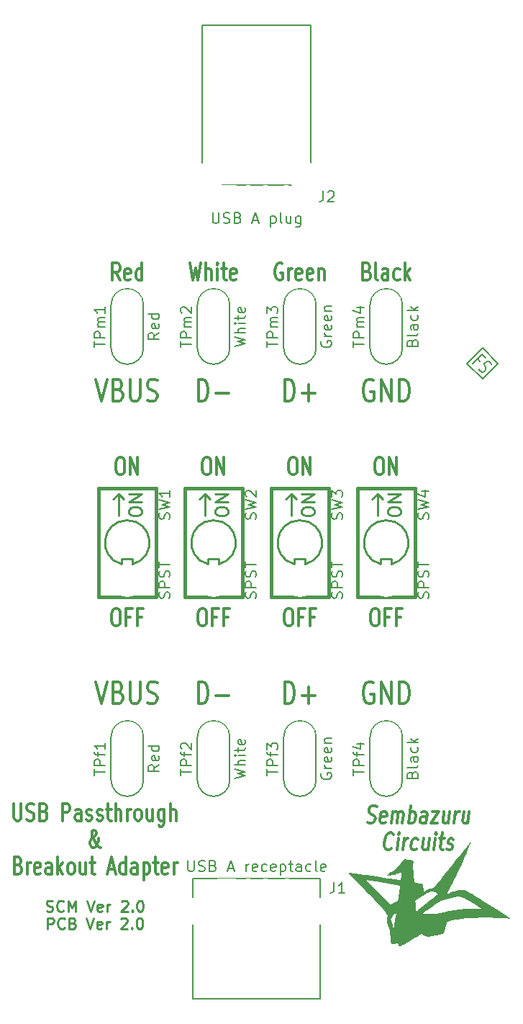
<source format=gto>
%FSLAX34Y34*%
G04 Gerber Fmt 3.4, Leading zero omitted, Abs format*
G04 (created by PCBNEW (2014-04-11 BZR 4798)-product) date 21/04/2014 04:41:56*
%MOIN*%
G01*
G70*
G90*
G04 APERTURE LIST*
%ADD10C,0.005906*%
%ADD11C,0.010000*%
%ADD12C,0.012000*%
%ADD13C,0.008000*%
%ADD14C,0.000100*%
%ADD15C,0.015000*%
%ADD16C,0.005000*%
%ADD17C,0.006000*%
%ADD18R,0.086200X0.086200*%
%ADD19O,0.079100X0.086200*%
%ADD20C,0.086200*%
%ADD21O,0.089400X0.148400*%
%ADD22C,0.063300*%
%ADD23C,0.133000*%
%ADD24C,0.143000*%
%ADD25C,0.140600*%
G04 APERTURE END LIST*
G54D10*
G54D11*
X2261Y1947D02*
X2333Y1923D01*
X2452Y1923D01*
X2500Y1947D01*
X2523Y1971D01*
X2547Y2019D01*
X2547Y2066D01*
X2523Y2114D01*
X2500Y2138D01*
X2452Y2161D01*
X2357Y2185D01*
X2309Y2209D01*
X2285Y2233D01*
X2261Y2280D01*
X2261Y2328D01*
X2285Y2376D01*
X2309Y2400D01*
X2357Y2423D01*
X2476Y2423D01*
X2547Y2400D01*
X3047Y1971D02*
X3023Y1947D01*
X2952Y1923D01*
X2904Y1923D01*
X2833Y1947D01*
X2785Y1995D01*
X2761Y2042D01*
X2738Y2138D01*
X2738Y2209D01*
X2761Y2304D01*
X2785Y2352D01*
X2833Y2400D01*
X2904Y2423D01*
X2952Y2423D01*
X3023Y2400D01*
X3047Y2376D01*
X3261Y1923D02*
X3261Y2423D01*
X3428Y2066D01*
X3595Y2423D01*
X3595Y1923D01*
X4142Y2423D02*
X4309Y1923D01*
X4476Y2423D01*
X4833Y1947D02*
X4785Y1923D01*
X4690Y1923D01*
X4642Y1947D01*
X4619Y1995D01*
X4619Y2185D01*
X4642Y2233D01*
X4690Y2257D01*
X4785Y2257D01*
X4833Y2233D01*
X4857Y2185D01*
X4857Y2138D01*
X4619Y2090D01*
X5071Y1923D02*
X5071Y2257D01*
X5071Y2161D02*
X5095Y2209D01*
X5119Y2233D01*
X5166Y2257D01*
X5214Y2257D01*
X5738Y2376D02*
X5761Y2400D01*
X5809Y2423D01*
X5928Y2423D01*
X5976Y2400D01*
X6000Y2376D01*
X6023Y2328D01*
X6023Y2280D01*
X6000Y2209D01*
X5714Y1923D01*
X6023Y1923D01*
X6238Y1971D02*
X6261Y1947D01*
X6238Y1923D01*
X6214Y1947D01*
X6238Y1971D01*
X6238Y1923D01*
X6571Y2423D02*
X6619Y2423D01*
X6666Y2400D01*
X6690Y2376D01*
X6714Y2328D01*
X6738Y2233D01*
X6738Y2114D01*
X6714Y2019D01*
X6690Y1971D01*
X6666Y1947D01*
X6619Y1923D01*
X6571Y1923D01*
X6523Y1947D01*
X6500Y1971D01*
X6476Y2019D01*
X6452Y2114D01*
X6452Y2233D01*
X6476Y2328D01*
X6500Y2376D01*
X6523Y2400D01*
X6571Y2423D01*
X2309Y1123D02*
X2309Y1623D01*
X2500Y1623D01*
X2547Y1600D01*
X2571Y1576D01*
X2595Y1528D01*
X2595Y1457D01*
X2571Y1409D01*
X2547Y1385D01*
X2500Y1361D01*
X2309Y1361D01*
X3095Y1171D02*
X3071Y1147D01*
X3000Y1123D01*
X2952Y1123D01*
X2880Y1147D01*
X2833Y1195D01*
X2809Y1242D01*
X2785Y1338D01*
X2785Y1409D01*
X2809Y1504D01*
X2833Y1552D01*
X2880Y1600D01*
X2952Y1623D01*
X3000Y1623D01*
X3071Y1600D01*
X3095Y1576D01*
X3476Y1385D02*
X3547Y1361D01*
X3571Y1338D01*
X3595Y1290D01*
X3595Y1219D01*
X3571Y1171D01*
X3547Y1147D01*
X3500Y1123D01*
X3309Y1123D01*
X3309Y1623D01*
X3476Y1623D01*
X3523Y1600D01*
X3547Y1576D01*
X3571Y1528D01*
X3571Y1480D01*
X3547Y1433D01*
X3523Y1409D01*
X3476Y1385D01*
X3309Y1385D01*
X4119Y1623D02*
X4285Y1123D01*
X4452Y1623D01*
X4809Y1147D02*
X4761Y1123D01*
X4666Y1123D01*
X4619Y1147D01*
X4595Y1195D01*
X4595Y1385D01*
X4619Y1433D01*
X4666Y1457D01*
X4761Y1457D01*
X4809Y1433D01*
X4833Y1385D01*
X4833Y1338D01*
X4595Y1290D01*
X5047Y1123D02*
X5047Y1457D01*
X5047Y1361D02*
X5071Y1409D01*
X5095Y1433D01*
X5142Y1457D01*
X5190Y1457D01*
X5714Y1576D02*
X5738Y1600D01*
X5785Y1623D01*
X5904Y1623D01*
X5952Y1600D01*
X5976Y1576D01*
X5999Y1528D01*
X5999Y1480D01*
X5976Y1409D01*
X5690Y1123D01*
X5999Y1123D01*
X6214Y1171D02*
X6238Y1147D01*
X6214Y1123D01*
X6190Y1147D01*
X6214Y1171D01*
X6214Y1123D01*
X6547Y1623D02*
X6595Y1623D01*
X6642Y1600D01*
X6666Y1576D01*
X6690Y1528D01*
X6714Y1433D01*
X6714Y1314D01*
X6690Y1219D01*
X6666Y1171D01*
X6642Y1147D01*
X6595Y1123D01*
X6547Y1123D01*
X6499Y1147D01*
X6476Y1171D01*
X6452Y1219D01*
X6428Y1314D01*
X6428Y1433D01*
X6452Y1528D01*
X6476Y1576D01*
X6499Y1600D01*
X6547Y1623D01*
G54D12*
X17114Y31557D02*
X17200Y31519D01*
X17228Y31480D01*
X17257Y31404D01*
X17257Y31290D01*
X17228Y31214D01*
X17200Y31176D01*
X17142Y31138D01*
X16914Y31138D01*
X16914Y31938D01*
X17114Y31938D01*
X17171Y31900D01*
X17200Y31861D01*
X17228Y31785D01*
X17228Y31709D01*
X17200Y31633D01*
X17171Y31595D01*
X17114Y31557D01*
X16914Y31557D01*
X17600Y31138D02*
X17542Y31176D01*
X17514Y31252D01*
X17514Y31938D01*
X18085Y31138D02*
X18085Y31557D01*
X18057Y31633D01*
X18000Y31671D01*
X17885Y31671D01*
X17828Y31633D01*
X18085Y31176D02*
X18028Y31138D01*
X17885Y31138D01*
X17828Y31176D01*
X17800Y31252D01*
X17800Y31328D01*
X17828Y31404D01*
X17885Y31442D01*
X18028Y31442D01*
X18085Y31480D01*
X18628Y31176D02*
X18571Y31138D01*
X18457Y31138D01*
X18400Y31176D01*
X18371Y31214D01*
X18342Y31290D01*
X18342Y31519D01*
X18371Y31595D01*
X18400Y31633D01*
X18457Y31671D01*
X18571Y31671D01*
X18628Y31633D01*
X18885Y31138D02*
X18885Y31938D01*
X18942Y31442D02*
X19114Y31138D01*
X19114Y31671D02*
X18885Y31366D01*
X13185Y31900D02*
X13128Y31938D01*
X13042Y31938D01*
X12957Y31900D01*
X12900Y31823D01*
X12871Y31747D01*
X12842Y31595D01*
X12842Y31480D01*
X12871Y31328D01*
X12900Y31252D01*
X12957Y31176D01*
X13042Y31138D01*
X13100Y31138D01*
X13185Y31176D01*
X13214Y31214D01*
X13214Y31480D01*
X13100Y31480D01*
X13471Y31138D02*
X13471Y31671D01*
X13471Y31519D02*
X13500Y31595D01*
X13528Y31633D01*
X13585Y31671D01*
X13642Y31671D01*
X14071Y31176D02*
X14014Y31138D01*
X13900Y31138D01*
X13842Y31176D01*
X13814Y31252D01*
X13814Y31557D01*
X13842Y31633D01*
X13900Y31671D01*
X14014Y31671D01*
X14071Y31633D01*
X14100Y31557D01*
X14100Y31480D01*
X13814Y31404D01*
X14585Y31176D02*
X14528Y31138D01*
X14414Y31138D01*
X14357Y31176D01*
X14328Y31252D01*
X14328Y31557D01*
X14357Y31633D01*
X14414Y31671D01*
X14528Y31671D01*
X14585Y31633D01*
X14614Y31557D01*
X14614Y31480D01*
X14328Y31404D01*
X14871Y31671D02*
X14871Y31138D01*
X14871Y31595D02*
X14900Y31633D01*
X14957Y31671D01*
X15042Y31671D01*
X15100Y31633D01*
X15128Y31557D01*
X15128Y31138D01*
X8900Y31938D02*
X9042Y31138D01*
X9157Y31709D01*
X9271Y31138D01*
X9414Y31938D01*
X9642Y31138D02*
X9642Y31938D01*
X9900Y31138D02*
X9900Y31557D01*
X9871Y31633D01*
X9814Y31671D01*
X9728Y31671D01*
X9671Y31633D01*
X9642Y31595D01*
X10185Y31138D02*
X10185Y31671D01*
X10185Y31938D02*
X10157Y31900D01*
X10185Y31861D01*
X10214Y31900D01*
X10185Y31938D01*
X10185Y31861D01*
X10385Y31671D02*
X10614Y31671D01*
X10471Y31938D02*
X10471Y31252D01*
X10500Y31176D01*
X10557Y31138D01*
X10614Y31138D01*
X11042Y31176D02*
X10985Y31138D01*
X10871Y31138D01*
X10814Y31176D01*
X10785Y31252D01*
X10785Y31557D01*
X10814Y31633D01*
X10871Y31671D01*
X10985Y31671D01*
X11042Y31633D01*
X11071Y31557D01*
X11071Y31480D01*
X10785Y31404D01*
X5657Y31138D02*
X5457Y31519D01*
X5314Y31138D02*
X5314Y31938D01*
X5542Y31938D01*
X5600Y31900D01*
X5628Y31861D01*
X5657Y31785D01*
X5657Y31671D01*
X5628Y31595D01*
X5600Y31557D01*
X5542Y31519D01*
X5314Y31519D01*
X6142Y31176D02*
X6085Y31138D01*
X5971Y31138D01*
X5914Y31176D01*
X5885Y31252D01*
X5885Y31557D01*
X5914Y31633D01*
X5971Y31671D01*
X6085Y31671D01*
X6142Y31633D01*
X6171Y31557D01*
X6171Y31480D01*
X5885Y31404D01*
X6685Y31138D02*
X6685Y31938D01*
X6685Y31176D02*
X6628Y31138D01*
X6514Y31138D01*
X6457Y31176D01*
X6428Y31214D01*
X6400Y31290D01*
X6400Y31519D01*
X6428Y31595D01*
X6457Y31633D01*
X6514Y31671D01*
X6628Y31671D01*
X6685Y31633D01*
X17428Y15938D02*
X17542Y15938D01*
X17600Y15900D01*
X17657Y15823D01*
X17685Y15671D01*
X17685Y15404D01*
X17657Y15252D01*
X17600Y15176D01*
X17542Y15138D01*
X17428Y15138D01*
X17371Y15176D01*
X17314Y15252D01*
X17285Y15404D01*
X17285Y15671D01*
X17314Y15823D01*
X17371Y15900D01*
X17428Y15938D01*
X18142Y15557D02*
X17942Y15557D01*
X17942Y15138D02*
X17942Y15938D01*
X18228Y15938D01*
X18657Y15557D02*
X18457Y15557D01*
X18457Y15138D02*
X18457Y15938D01*
X18742Y15938D01*
X13428Y15938D02*
X13542Y15938D01*
X13600Y15900D01*
X13657Y15823D01*
X13685Y15671D01*
X13685Y15404D01*
X13657Y15252D01*
X13600Y15176D01*
X13542Y15138D01*
X13428Y15138D01*
X13371Y15176D01*
X13314Y15252D01*
X13285Y15404D01*
X13285Y15671D01*
X13314Y15823D01*
X13371Y15900D01*
X13428Y15938D01*
X14142Y15557D02*
X13942Y15557D01*
X13942Y15138D02*
X13942Y15938D01*
X14228Y15938D01*
X14657Y15557D02*
X14457Y15557D01*
X14457Y15138D02*
X14457Y15938D01*
X14742Y15938D01*
X9428Y15938D02*
X9542Y15938D01*
X9600Y15900D01*
X9657Y15823D01*
X9685Y15671D01*
X9685Y15404D01*
X9657Y15252D01*
X9600Y15176D01*
X9542Y15138D01*
X9428Y15138D01*
X9371Y15176D01*
X9314Y15252D01*
X9285Y15404D01*
X9285Y15671D01*
X9314Y15823D01*
X9371Y15900D01*
X9428Y15938D01*
X10142Y15557D02*
X9942Y15557D01*
X9942Y15138D02*
X9942Y15938D01*
X10228Y15938D01*
X10657Y15557D02*
X10457Y15557D01*
X10457Y15138D02*
X10457Y15938D01*
X10742Y15938D01*
X17628Y22938D02*
X17742Y22938D01*
X17800Y22900D01*
X17857Y22823D01*
X17885Y22671D01*
X17885Y22404D01*
X17857Y22252D01*
X17800Y22176D01*
X17742Y22138D01*
X17628Y22138D01*
X17571Y22176D01*
X17514Y22252D01*
X17485Y22404D01*
X17485Y22671D01*
X17514Y22823D01*
X17571Y22900D01*
X17628Y22938D01*
X18142Y22138D02*
X18142Y22938D01*
X18485Y22138D01*
X18485Y22938D01*
X13628Y22938D02*
X13742Y22938D01*
X13800Y22900D01*
X13857Y22823D01*
X13885Y22671D01*
X13885Y22404D01*
X13857Y22252D01*
X13800Y22176D01*
X13742Y22138D01*
X13628Y22138D01*
X13571Y22176D01*
X13514Y22252D01*
X13485Y22404D01*
X13485Y22671D01*
X13514Y22823D01*
X13571Y22900D01*
X13628Y22938D01*
X14142Y22138D02*
X14142Y22938D01*
X14485Y22138D01*
X14485Y22938D01*
X9628Y22938D02*
X9742Y22938D01*
X9800Y22900D01*
X9857Y22823D01*
X9885Y22671D01*
X9885Y22404D01*
X9857Y22252D01*
X9800Y22176D01*
X9742Y22138D01*
X9628Y22138D01*
X9571Y22176D01*
X9514Y22252D01*
X9485Y22404D01*
X9485Y22671D01*
X9514Y22823D01*
X9571Y22900D01*
X9628Y22938D01*
X10142Y22138D02*
X10142Y22938D01*
X10485Y22138D01*
X10485Y22938D01*
X5628Y22938D02*
X5742Y22938D01*
X5800Y22900D01*
X5857Y22823D01*
X5885Y22671D01*
X5885Y22404D01*
X5857Y22252D01*
X5800Y22176D01*
X5742Y22138D01*
X5628Y22138D01*
X5571Y22176D01*
X5514Y22252D01*
X5485Y22404D01*
X5485Y22671D01*
X5514Y22823D01*
X5571Y22900D01*
X5628Y22938D01*
X6142Y22138D02*
X6142Y22938D01*
X6485Y22138D01*
X6485Y22938D01*
X5428Y15938D02*
X5542Y15938D01*
X5600Y15900D01*
X5657Y15823D01*
X5685Y15671D01*
X5685Y15404D01*
X5657Y15252D01*
X5600Y15176D01*
X5542Y15138D01*
X5428Y15138D01*
X5371Y15176D01*
X5314Y15252D01*
X5285Y15404D01*
X5285Y15671D01*
X5314Y15823D01*
X5371Y15900D01*
X5428Y15938D01*
X6142Y15557D02*
X5942Y15557D01*
X5942Y15138D02*
X5942Y15938D01*
X6228Y15938D01*
X6657Y15557D02*
X6457Y15557D01*
X6457Y15138D02*
X6457Y15938D01*
X6742Y15938D01*
X17390Y26500D02*
X17314Y26547D01*
X17200Y26547D01*
X17085Y26500D01*
X17009Y26404D01*
X16971Y26309D01*
X16933Y26119D01*
X16933Y25976D01*
X16971Y25785D01*
X17009Y25690D01*
X17085Y25595D01*
X17200Y25547D01*
X17276Y25547D01*
X17390Y25595D01*
X17428Y25642D01*
X17428Y25976D01*
X17276Y25976D01*
X17771Y25547D02*
X17771Y26547D01*
X18228Y25547D01*
X18228Y26547D01*
X18609Y25547D02*
X18609Y26547D01*
X18800Y26547D01*
X18914Y26500D01*
X18990Y26404D01*
X19028Y26309D01*
X19066Y26119D01*
X19066Y25976D01*
X19028Y25785D01*
X18990Y25690D01*
X18914Y25595D01*
X18800Y25547D01*
X18609Y25547D01*
X13295Y25547D02*
X13295Y26547D01*
X13485Y26547D01*
X13600Y26500D01*
X13676Y26404D01*
X13714Y26309D01*
X13752Y26119D01*
X13752Y25976D01*
X13714Y25785D01*
X13676Y25690D01*
X13600Y25595D01*
X13485Y25547D01*
X13295Y25547D01*
X14095Y25928D02*
X14704Y25928D01*
X14400Y25547D02*
X14400Y26309D01*
X9295Y25547D02*
X9295Y26547D01*
X9485Y26547D01*
X9600Y26500D01*
X9676Y26404D01*
X9714Y26309D01*
X9752Y26119D01*
X9752Y25976D01*
X9714Y25785D01*
X9676Y25690D01*
X9600Y25595D01*
X9485Y25547D01*
X9295Y25547D01*
X10095Y25928D02*
X10704Y25928D01*
X4533Y26547D02*
X4800Y25547D01*
X5066Y26547D01*
X5600Y26071D02*
X5714Y26023D01*
X5752Y25976D01*
X5790Y25880D01*
X5790Y25738D01*
X5752Y25642D01*
X5714Y25595D01*
X5638Y25547D01*
X5333Y25547D01*
X5333Y26547D01*
X5600Y26547D01*
X5676Y26500D01*
X5714Y26452D01*
X5752Y26357D01*
X5752Y26261D01*
X5714Y26166D01*
X5676Y26119D01*
X5600Y26071D01*
X5333Y26071D01*
X6133Y26547D02*
X6133Y25738D01*
X6171Y25642D01*
X6209Y25595D01*
X6285Y25547D01*
X6438Y25547D01*
X6514Y25595D01*
X6552Y25642D01*
X6590Y25738D01*
X6590Y26547D01*
X6933Y25595D02*
X7047Y25547D01*
X7238Y25547D01*
X7314Y25595D01*
X7352Y25642D01*
X7390Y25738D01*
X7390Y25833D01*
X7352Y25928D01*
X7314Y25976D01*
X7238Y26023D01*
X7085Y26071D01*
X7009Y26119D01*
X6971Y26166D01*
X6933Y26261D01*
X6933Y26357D01*
X6971Y26452D01*
X7009Y26500D01*
X7085Y26547D01*
X7276Y26547D01*
X7390Y26500D01*
X17390Y12500D02*
X17314Y12547D01*
X17200Y12547D01*
X17085Y12500D01*
X17009Y12404D01*
X16971Y12309D01*
X16933Y12119D01*
X16933Y11976D01*
X16971Y11785D01*
X17009Y11690D01*
X17085Y11595D01*
X17200Y11547D01*
X17276Y11547D01*
X17390Y11595D01*
X17428Y11642D01*
X17428Y11976D01*
X17276Y11976D01*
X17771Y11547D02*
X17771Y12547D01*
X18228Y11547D01*
X18228Y12547D01*
X18609Y11547D02*
X18609Y12547D01*
X18800Y12547D01*
X18914Y12500D01*
X18990Y12404D01*
X19028Y12309D01*
X19066Y12119D01*
X19066Y11976D01*
X19028Y11785D01*
X18990Y11690D01*
X18914Y11595D01*
X18800Y11547D01*
X18609Y11547D01*
X13295Y11547D02*
X13295Y12547D01*
X13485Y12547D01*
X13600Y12500D01*
X13676Y12404D01*
X13714Y12309D01*
X13752Y12119D01*
X13752Y11976D01*
X13714Y11785D01*
X13676Y11690D01*
X13600Y11595D01*
X13485Y11547D01*
X13295Y11547D01*
X14095Y11928D02*
X14704Y11928D01*
X14400Y11547D02*
X14400Y12309D01*
X9295Y11547D02*
X9295Y12547D01*
X9485Y12547D01*
X9600Y12500D01*
X9676Y12404D01*
X9714Y12309D01*
X9752Y12119D01*
X9752Y11976D01*
X9714Y11785D01*
X9676Y11690D01*
X9600Y11595D01*
X9485Y11547D01*
X9295Y11547D01*
X10095Y11928D02*
X10704Y11928D01*
X4533Y12547D02*
X4800Y11547D01*
X5066Y12547D01*
X5600Y12071D02*
X5714Y12023D01*
X5752Y11976D01*
X5790Y11880D01*
X5790Y11738D01*
X5752Y11642D01*
X5714Y11595D01*
X5638Y11547D01*
X5333Y11547D01*
X5333Y12547D01*
X5600Y12547D01*
X5676Y12500D01*
X5714Y12452D01*
X5752Y12357D01*
X5752Y12261D01*
X5714Y12166D01*
X5676Y12119D01*
X5600Y12071D01*
X5333Y12071D01*
X6133Y12547D02*
X6133Y11738D01*
X6171Y11642D01*
X6209Y11595D01*
X6285Y11547D01*
X6438Y11547D01*
X6514Y11595D01*
X6552Y11642D01*
X6590Y11738D01*
X6590Y12547D01*
X6933Y11595D02*
X7047Y11547D01*
X7238Y11547D01*
X7314Y11595D01*
X7352Y11642D01*
X7390Y11738D01*
X7390Y11833D01*
X7352Y11928D01*
X7314Y11976D01*
X7238Y12023D01*
X7085Y12071D01*
X7009Y12119D01*
X6971Y12166D01*
X6933Y12261D01*
X6933Y12357D01*
X6971Y12452D01*
X7009Y12500D01*
X7085Y12547D01*
X7276Y12547D01*
X7390Y12500D01*
X742Y6928D02*
X742Y6280D01*
X771Y6204D01*
X800Y6166D01*
X857Y6128D01*
X971Y6128D01*
X1028Y6166D01*
X1057Y6204D01*
X1085Y6280D01*
X1085Y6928D01*
X1342Y6166D02*
X1428Y6128D01*
X1571Y6128D01*
X1628Y6166D01*
X1657Y6204D01*
X1685Y6280D01*
X1685Y6356D01*
X1657Y6432D01*
X1628Y6470D01*
X1571Y6509D01*
X1457Y6547D01*
X1400Y6585D01*
X1371Y6623D01*
X1342Y6699D01*
X1342Y6775D01*
X1371Y6851D01*
X1400Y6890D01*
X1457Y6928D01*
X1600Y6928D01*
X1685Y6890D01*
X2142Y6547D02*
X2228Y6509D01*
X2257Y6470D01*
X2285Y6394D01*
X2285Y6280D01*
X2257Y6204D01*
X2228Y6166D01*
X2171Y6128D01*
X1942Y6128D01*
X1942Y6928D01*
X2142Y6928D01*
X2200Y6890D01*
X2228Y6851D01*
X2257Y6775D01*
X2257Y6699D01*
X2228Y6623D01*
X2200Y6585D01*
X2142Y6547D01*
X1942Y6547D01*
X3000Y6128D02*
X3000Y6928D01*
X3228Y6928D01*
X3285Y6890D01*
X3314Y6851D01*
X3342Y6775D01*
X3342Y6661D01*
X3314Y6585D01*
X3285Y6547D01*
X3228Y6509D01*
X3000Y6509D01*
X3857Y6128D02*
X3857Y6547D01*
X3828Y6623D01*
X3771Y6661D01*
X3657Y6661D01*
X3600Y6623D01*
X3857Y6166D02*
X3800Y6128D01*
X3657Y6128D01*
X3600Y6166D01*
X3571Y6242D01*
X3571Y6318D01*
X3600Y6394D01*
X3657Y6432D01*
X3800Y6432D01*
X3857Y6470D01*
X4114Y6166D02*
X4171Y6128D01*
X4285Y6128D01*
X4342Y6166D01*
X4371Y6242D01*
X4371Y6280D01*
X4342Y6356D01*
X4285Y6394D01*
X4200Y6394D01*
X4142Y6432D01*
X4114Y6509D01*
X4114Y6547D01*
X4142Y6623D01*
X4200Y6661D01*
X4285Y6661D01*
X4342Y6623D01*
X4600Y6166D02*
X4657Y6128D01*
X4771Y6128D01*
X4828Y6166D01*
X4857Y6242D01*
X4857Y6280D01*
X4828Y6356D01*
X4771Y6394D01*
X4685Y6394D01*
X4628Y6432D01*
X4600Y6509D01*
X4600Y6547D01*
X4628Y6623D01*
X4685Y6661D01*
X4771Y6661D01*
X4828Y6623D01*
X5028Y6661D02*
X5257Y6661D01*
X5114Y6928D02*
X5114Y6242D01*
X5142Y6166D01*
X5200Y6128D01*
X5257Y6128D01*
X5457Y6128D02*
X5457Y6928D01*
X5714Y6128D02*
X5714Y6547D01*
X5685Y6623D01*
X5628Y6661D01*
X5542Y6661D01*
X5485Y6623D01*
X5457Y6585D01*
X6000Y6128D02*
X6000Y6661D01*
X6000Y6509D02*
X6028Y6585D01*
X6057Y6623D01*
X6114Y6661D01*
X6171Y6661D01*
X6457Y6128D02*
X6400Y6166D01*
X6371Y6204D01*
X6342Y6280D01*
X6342Y6509D01*
X6371Y6585D01*
X6400Y6623D01*
X6457Y6661D01*
X6542Y6661D01*
X6600Y6623D01*
X6628Y6585D01*
X6657Y6509D01*
X6657Y6280D01*
X6628Y6204D01*
X6600Y6166D01*
X6542Y6128D01*
X6457Y6128D01*
X7171Y6661D02*
X7171Y6128D01*
X6914Y6661D02*
X6914Y6242D01*
X6942Y6166D01*
X7000Y6128D01*
X7085Y6128D01*
X7142Y6166D01*
X7171Y6204D01*
X7714Y6661D02*
X7714Y6013D01*
X7685Y5937D01*
X7657Y5899D01*
X7600Y5861D01*
X7514Y5861D01*
X7457Y5899D01*
X7714Y6166D02*
X7657Y6128D01*
X7542Y6128D01*
X7485Y6166D01*
X7457Y6204D01*
X7428Y6280D01*
X7428Y6509D01*
X7457Y6585D01*
X7485Y6623D01*
X7542Y6661D01*
X7657Y6661D01*
X7714Y6623D01*
X8000Y6128D02*
X8000Y6928D01*
X8257Y6128D02*
X8257Y6547D01*
X8228Y6623D01*
X8171Y6661D01*
X8085Y6661D01*
X8028Y6623D01*
X8000Y6585D01*
X4757Y4888D02*
X4728Y4888D01*
X4671Y4926D01*
X4585Y5040D01*
X4442Y5269D01*
X4385Y5383D01*
X4357Y5497D01*
X4357Y5573D01*
X4385Y5650D01*
X4442Y5688D01*
X4471Y5688D01*
X4528Y5650D01*
X4557Y5573D01*
X4557Y5535D01*
X4528Y5459D01*
X4500Y5421D01*
X4328Y5269D01*
X4300Y5230D01*
X4271Y5154D01*
X4271Y5040D01*
X4300Y4964D01*
X4328Y4926D01*
X4385Y4888D01*
X4471Y4888D01*
X4528Y4926D01*
X4557Y4964D01*
X4642Y5116D01*
X4671Y5230D01*
X4671Y5307D01*
X957Y4067D02*
X1042Y4029D01*
X1071Y3990D01*
X1100Y3914D01*
X1100Y3800D01*
X1071Y3724D01*
X1042Y3686D01*
X985Y3648D01*
X757Y3648D01*
X757Y4448D01*
X957Y4448D01*
X1014Y4410D01*
X1042Y4371D01*
X1071Y4295D01*
X1071Y4219D01*
X1042Y4143D01*
X1014Y4105D01*
X957Y4067D01*
X757Y4067D01*
X1357Y3648D02*
X1357Y4181D01*
X1357Y4029D02*
X1385Y4105D01*
X1414Y4143D01*
X1471Y4181D01*
X1528Y4181D01*
X1957Y3686D02*
X1900Y3648D01*
X1785Y3648D01*
X1728Y3686D01*
X1700Y3762D01*
X1700Y4067D01*
X1728Y4143D01*
X1785Y4181D01*
X1900Y4181D01*
X1957Y4143D01*
X1985Y4067D01*
X1985Y3990D01*
X1700Y3914D01*
X2500Y3648D02*
X2500Y4067D01*
X2471Y4143D01*
X2414Y4181D01*
X2300Y4181D01*
X2242Y4143D01*
X2500Y3686D02*
X2442Y3648D01*
X2300Y3648D01*
X2242Y3686D01*
X2214Y3762D01*
X2214Y3838D01*
X2242Y3914D01*
X2300Y3952D01*
X2442Y3952D01*
X2500Y3990D01*
X2785Y3648D02*
X2785Y4448D01*
X2842Y3952D02*
X3014Y3648D01*
X3014Y4181D02*
X2785Y3876D01*
X3357Y3648D02*
X3300Y3686D01*
X3271Y3724D01*
X3242Y3800D01*
X3242Y4029D01*
X3271Y4105D01*
X3300Y4143D01*
X3357Y4181D01*
X3442Y4181D01*
X3500Y4143D01*
X3528Y4105D01*
X3557Y4029D01*
X3557Y3800D01*
X3528Y3724D01*
X3500Y3686D01*
X3442Y3648D01*
X3357Y3648D01*
X4071Y4181D02*
X4071Y3648D01*
X3814Y4181D02*
X3814Y3762D01*
X3842Y3686D01*
X3900Y3648D01*
X3985Y3648D01*
X4042Y3686D01*
X4071Y3724D01*
X4271Y4181D02*
X4500Y4181D01*
X4357Y4448D02*
X4357Y3762D01*
X4385Y3686D01*
X4442Y3648D01*
X4500Y3648D01*
X5128Y3876D02*
X5414Y3876D01*
X5071Y3648D02*
X5271Y4448D01*
X5471Y3648D01*
X5928Y3648D02*
X5928Y4448D01*
X5928Y3686D02*
X5871Y3648D01*
X5757Y3648D01*
X5700Y3686D01*
X5671Y3724D01*
X5642Y3800D01*
X5642Y4029D01*
X5671Y4105D01*
X5700Y4143D01*
X5757Y4181D01*
X5871Y4181D01*
X5928Y4143D01*
X6471Y3648D02*
X6471Y4067D01*
X6442Y4143D01*
X6385Y4181D01*
X6271Y4181D01*
X6214Y4143D01*
X6471Y3686D02*
X6414Y3648D01*
X6271Y3648D01*
X6214Y3686D01*
X6185Y3762D01*
X6185Y3838D01*
X6214Y3914D01*
X6271Y3952D01*
X6414Y3952D01*
X6471Y3990D01*
X6757Y4181D02*
X6757Y3381D01*
X6757Y4143D02*
X6814Y4181D01*
X6928Y4181D01*
X6985Y4143D01*
X7014Y4105D01*
X7042Y4029D01*
X7042Y3800D01*
X7014Y3724D01*
X6985Y3686D01*
X6928Y3648D01*
X6814Y3648D01*
X6757Y3686D01*
X7214Y4181D02*
X7442Y4181D01*
X7300Y4448D02*
X7300Y3762D01*
X7328Y3686D01*
X7385Y3648D01*
X7442Y3648D01*
X7871Y3686D02*
X7814Y3648D01*
X7700Y3648D01*
X7642Y3686D01*
X7614Y3762D01*
X7614Y4067D01*
X7642Y4143D01*
X7700Y4181D01*
X7814Y4181D01*
X7871Y4143D01*
X7900Y4067D01*
X7900Y3990D01*
X7614Y3914D01*
X8157Y3648D02*
X8157Y4181D01*
X8157Y4029D02*
X8185Y4105D01*
X8214Y4143D01*
X8271Y4181D01*
X8328Y4181D01*
X17129Y6046D02*
X17210Y6008D01*
X17352Y6008D01*
X17414Y6046D01*
X17448Y6084D01*
X17486Y6160D01*
X17495Y6236D01*
X17476Y6312D01*
X17452Y6350D01*
X17400Y6389D01*
X17291Y6427D01*
X17238Y6465D01*
X17214Y6503D01*
X17195Y6579D01*
X17205Y6655D01*
X17243Y6731D01*
X17276Y6770D01*
X17338Y6808D01*
X17481Y6808D01*
X17562Y6770D01*
X17957Y6046D02*
X17895Y6008D01*
X17781Y6008D01*
X17729Y6046D01*
X17710Y6122D01*
X17748Y6427D01*
X17786Y6503D01*
X17848Y6541D01*
X17962Y6541D01*
X18014Y6503D01*
X18033Y6427D01*
X18024Y6350D01*
X17729Y6274D01*
X18238Y6008D02*
X18305Y6541D01*
X18295Y6465D02*
X18329Y6503D01*
X18391Y6541D01*
X18476Y6541D01*
X18529Y6503D01*
X18548Y6427D01*
X18495Y6008D01*
X18548Y6427D02*
X18586Y6503D01*
X18648Y6541D01*
X18733Y6541D01*
X18786Y6503D01*
X18805Y6427D01*
X18752Y6008D01*
X19038Y6008D02*
X19138Y6808D01*
X19100Y6503D02*
X19162Y6541D01*
X19276Y6541D01*
X19329Y6503D01*
X19352Y6465D01*
X19372Y6389D01*
X19343Y6160D01*
X19305Y6084D01*
X19272Y6046D01*
X19210Y6008D01*
X19095Y6008D01*
X19043Y6046D01*
X19838Y6008D02*
X19891Y6427D01*
X19872Y6503D01*
X19819Y6541D01*
X19705Y6541D01*
X19643Y6503D01*
X19843Y6046D02*
X19781Y6008D01*
X19638Y6008D01*
X19586Y6046D01*
X19567Y6122D01*
X19576Y6198D01*
X19614Y6274D01*
X19676Y6312D01*
X19819Y6312D01*
X19881Y6350D01*
X20133Y6541D02*
X20448Y6541D01*
X20067Y6008D01*
X20381Y6008D01*
X20933Y6541D02*
X20867Y6008D01*
X20676Y6541D02*
X20624Y6122D01*
X20643Y6046D01*
X20695Y6008D01*
X20781Y6008D01*
X20843Y6046D01*
X20876Y6084D01*
X21152Y6008D02*
X21219Y6541D01*
X21200Y6389D02*
X21238Y6465D01*
X21272Y6503D01*
X21333Y6541D01*
X21391Y6541D01*
X21848Y6541D02*
X21781Y6008D01*
X21591Y6541D02*
X21538Y6122D01*
X21557Y6046D01*
X21610Y6008D01*
X21695Y6008D01*
X21757Y6046D01*
X21791Y6084D01*
X18248Y4844D02*
X18214Y4806D01*
X18124Y4768D01*
X18067Y4768D01*
X17986Y4806D01*
X17938Y4882D01*
X17919Y4958D01*
X17910Y5110D01*
X17924Y5225D01*
X17972Y5377D01*
X18010Y5453D01*
X18076Y5530D01*
X18167Y5568D01*
X18224Y5568D01*
X18305Y5530D01*
X18329Y5491D01*
X18495Y4768D02*
X18562Y5301D01*
X18595Y5568D02*
X18562Y5530D01*
X18586Y5491D01*
X18619Y5530D01*
X18595Y5568D01*
X18586Y5491D01*
X18781Y4768D02*
X18848Y5301D01*
X18829Y5149D02*
X18867Y5225D01*
X18900Y5263D01*
X18962Y5301D01*
X19019Y5301D01*
X19414Y4806D02*
X19352Y4768D01*
X19238Y4768D01*
X19186Y4806D01*
X19162Y4844D01*
X19143Y4920D01*
X19172Y5149D01*
X19210Y5225D01*
X19243Y5263D01*
X19305Y5301D01*
X19419Y5301D01*
X19472Y5263D01*
X19991Y5301D02*
X19924Y4768D01*
X19733Y5301D02*
X19681Y4882D01*
X19700Y4806D01*
X19752Y4768D01*
X19838Y4768D01*
X19900Y4806D01*
X19933Y4844D01*
X20210Y4768D02*
X20276Y5301D01*
X20310Y5568D02*
X20276Y5530D01*
X20300Y5491D01*
X20333Y5530D01*
X20310Y5568D01*
X20300Y5491D01*
X20476Y5301D02*
X20705Y5301D01*
X20595Y5568D02*
X20510Y4882D01*
X20529Y4806D01*
X20581Y4768D01*
X20638Y4768D01*
X20814Y4806D02*
X20867Y4768D01*
X20981Y4768D01*
X21043Y4806D01*
X21081Y4882D01*
X21086Y4920D01*
X21067Y4996D01*
X21014Y5034D01*
X20929Y5034D01*
X20876Y5072D01*
X20857Y5149D01*
X20862Y5187D01*
X20900Y5263D01*
X20962Y5301D01*
X21048Y5301D01*
X21100Y5263D01*
G54D13*
X10386Y35533D02*
X13614Y35533D01*
X9480Y36596D02*
X9480Y42935D01*
X14520Y36596D02*
X14520Y42935D01*
X14520Y42935D02*
X9480Y42935D01*
G54D14*
G36*
X23753Y1608D02*
X23751Y1595D01*
X23731Y1592D01*
X23691Y1596D01*
X23608Y1605D01*
X23498Y1613D01*
X23365Y1620D01*
X23215Y1625D01*
X23050Y1630D01*
X22876Y1633D01*
X22696Y1635D01*
X22515Y1634D01*
X22411Y1634D01*
X22411Y2055D01*
X22398Y2067D01*
X22364Y2093D01*
X22311Y2129D01*
X22245Y2172D01*
X22170Y2220D01*
X22090Y2269D01*
X22010Y2318D01*
X21973Y2340D01*
X21846Y2412D01*
X21721Y2476D01*
X21606Y2531D01*
X21506Y2571D01*
X21474Y2582D01*
X21414Y2600D01*
X21369Y2608D01*
X21323Y2607D01*
X21262Y2598D01*
X21259Y2598D01*
X21161Y2579D01*
X21039Y2551D01*
X20899Y2516D01*
X20747Y2475D01*
X20684Y2456D01*
X20639Y2444D01*
X20601Y2431D01*
X20563Y2416D01*
X20524Y2398D01*
X20480Y2373D01*
X20427Y2341D01*
X20383Y2313D01*
X20383Y2737D01*
X20374Y2751D01*
X20343Y2773D01*
X20298Y2798D01*
X20246Y2821D01*
X20194Y2839D01*
X20179Y2844D01*
X20123Y2854D01*
X20078Y2852D01*
X20048Y2843D01*
X19992Y2819D01*
X19913Y2777D01*
X19815Y2722D01*
X19700Y2653D01*
X19572Y2571D01*
X19547Y2554D01*
X19347Y2424D01*
X19357Y2282D01*
X19366Y2167D01*
X19374Y2079D01*
X19381Y2017D01*
X19388Y1976D01*
X19395Y1954D01*
X19403Y1947D01*
X19425Y1957D01*
X19455Y1980D01*
X19459Y1983D01*
X19480Y2002D01*
X19522Y2036D01*
X19582Y2086D01*
X19657Y2147D01*
X19745Y2217D01*
X19842Y2295D01*
X19939Y2373D01*
X20038Y2453D01*
X20132Y2528D01*
X20214Y2595D01*
X20283Y2651D01*
X20336Y2695D01*
X20370Y2725D01*
X20383Y2737D01*
X20383Y2313D01*
X20361Y2299D01*
X20278Y2245D01*
X20177Y2176D01*
X20096Y2123D01*
X19994Y2054D01*
X19901Y1990D01*
X19818Y1933D01*
X19751Y1886D01*
X19700Y1850D01*
X19670Y1828D01*
X19663Y1822D01*
X19674Y1813D01*
X19712Y1807D01*
X19770Y1803D01*
X19845Y1801D01*
X19932Y1801D01*
X20026Y1802D01*
X20123Y1805D01*
X20217Y1811D01*
X20306Y1817D01*
X20382Y1825D01*
X20425Y1832D01*
X20501Y1846D01*
X20590Y1864D01*
X20675Y1883D01*
X20688Y1886D01*
X20913Y1933D01*
X21150Y1974D01*
X21392Y2007D01*
X21632Y2032D01*
X21862Y2048D01*
X22076Y2054D01*
X22211Y2052D01*
X22286Y2050D01*
X22347Y2050D01*
X22391Y2052D01*
X22410Y2054D01*
X22411Y2055D01*
X22411Y1634D01*
X22357Y1633D01*
X22178Y1630D01*
X22023Y1625D01*
X21889Y1620D01*
X21770Y1613D01*
X21659Y1604D01*
X21552Y1592D01*
X21443Y1576D01*
X21326Y1556D01*
X21196Y1531D01*
X21051Y1503D01*
X20842Y1460D01*
X20754Y1190D01*
X20724Y1104D01*
X20698Y1027D01*
X20676Y966D01*
X20659Y923D01*
X20651Y907D01*
X20626Y895D01*
X20577Y879D01*
X20509Y860D01*
X20427Y840D01*
X20337Y820D01*
X20243Y800D01*
X20153Y783D01*
X20072Y769D01*
X20004Y760D01*
X19957Y757D01*
X19956Y756D01*
X19902Y759D01*
X19855Y769D01*
X19803Y789D01*
X19744Y819D01*
X19624Y880D01*
X19504Y803D01*
X19429Y756D01*
X19341Y701D01*
X19245Y642D01*
X19145Y582D01*
X19048Y524D01*
X18957Y470D01*
X18878Y425D01*
X18816Y390D01*
X18780Y371D01*
X18714Y339D01*
X18669Y321D01*
X18640Y317D01*
X18640Y3095D01*
X18639Y3111D01*
X18639Y3112D01*
X18623Y3116D01*
X18580Y3124D01*
X18513Y3137D01*
X18427Y3152D01*
X18325Y3171D01*
X18210Y3191D01*
X18122Y3205D01*
X17915Y3241D01*
X17737Y3271D01*
X17585Y3297D01*
X17459Y3319D01*
X17355Y3337D01*
X17274Y3351D01*
X17212Y3362D01*
X17168Y3370D01*
X17139Y3376D01*
X17130Y3378D01*
X17102Y3379D01*
X17097Y3366D01*
X17108Y3351D01*
X17139Y3317D01*
X17188Y3266D01*
X17253Y3198D01*
X17332Y3119D01*
X17422Y3028D01*
X17521Y2928D01*
X17628Y2821D01*
X17659Y2791D01*
X18218Y2239D01*
X18348Y2321D01*
X18408Y2359D01*
X18462Y2394D01*
X18502Y2420D01*
X18515Y2429D01*
X18531Y2444D01*
X18543Y2466D01*
X18555Y2500D01*
X18565Y2553D01*
X18578Y2631D01*
X18580Y2645D01*
X18601Y2789D01*
X18618Y2905D01*
X18630Y2994D01*
X18638Y3057D01*
X18640Y3095D01*
X18640Y317D01*
X18637Y316D01*
X18613Y321D01*
X18607Y325D01*
X18585Y348D01*
X18566Y388D01*
X18563Y398D01*
X18550Y440D01*
X18540Y470D01*
X18539Y474D01*
X18525Y481D01*
X18491Y470D01*
X18466Y458D01*
X18466Y1836D01*
X18452Y1838D01*
X18424Y1825D01*
X18389Y1800D01*
X18349Y1766D01*
X18310Y1726D01*
X18276Y1684D01*
X18260Y1660D01*
X18220Y1591D01*
X18268Y1402D01*
X18291Y1315D01*
X18307Y1254D01*
X18318Y1213D01*
X18326Y1190D01*
X18332Y1178D01*
X18338Y1174D01*
X18343Y1174D01*
X18349Y1189D01*
X18358Y1229D01*
X18371Y1291D01*
X18386Y1370D01*
X18402Y1461D01*
X18405Y1482D01*
X18421Y1577D01*
X18435Y1663D01*
X18448Y1734D01*
X18458Y1785D01*
X18464Y1812D01*
X18464Y1814D01*
X18466Y1836D01*
X18466Y458D01*
X18456Y453D01*
X18400Y429D01*
X18345Y414D01*
X18320Y410D01*
X18283Y414D01*
X18255Y430D01*
X18233Y460D01*
X18217Y509D01*
X18205Y580D01*
X18197Y676D01*
X18191Y771D01*
X18186Y864D01*
X18181Y935D01*
X18174Y992D01*
X18163Y1045D01*
X18147Y1101D01*
X18124Y1170D01*
X18109Y1213D01*
X18074Y1318D01*
X18049Y1399D01*
X18033Y1463D01*
X18027Y1514D01*
X18028Y1558D01*
X18037Y1600D01*
X18044Y1622D01*
X18069Y1699D01*
X18005Y1827D01*
X17971Y1890D01*
X17938Y1948D01*
X17910Y1991D01*
X17902Y2001D01*
X17884Y2020D01*
X17847Y2060D01*
X17792Y2117D01*
X17722Y2189D01*
X17638Y2276D01*
X17542Y2375D01*
X17437Y2483D01*
X17323Y2598D01*
X17205Y2719D01*
X17205Y2720D01*
X17039Y2889D01*
X16893Y3038D01*
X16765Y3167D01*
X16657Y3279D01*
X16563Y3375D01*
X16486Y3454D01*
X16422Y3520D01*
X16371Y3574D01*
X16331Y3616D01*
X16301Y3649D01*
X16279Y3672D01*
X16265Y3689D01*
X16257Y3701D01*
X16254Y3708D01*
X16254Y3711D01*
X16256Y3714D01*
X16257Y3714D01*
X16279Y3716D01*
X16321Y3713D01*
X16355Y3708D01*
X16391Y3702D01*
X16454Y3692D01*
X16537Y3680D01*
X16637Y3666D01*
X16749Y3650D01*
X16868Y3634D01*
X16893Y3630D01*
X17117Y3600D01*
X17334Y3569D01*
X17541Y3540D01*
X17737Y3512D01*
X17918Y3486D01*
X18081Y3462D01*
X18224Y3441D01*
X18344Y3423D01*
X18437Y3408D01*
X18485Y3400D01*
X18556Y3389D01*
X18615Y3381D01*
X18656Y3378D01*
X18673Y3380D01*
X18678Y3399D01*
X18686Y3441D01*
X18695Y3497D01*
X18704Y3561D01*
X18711Y3622D01*
X18716Y3675D01*
X18718Y3706D01*
X18716Y3720D01*
X18710Y3729D01*
X18696Y3732D01*
X18669Y3728D01*
X18624Y3715D01*
X18559Y3694D01*
X18470Y3664D01*
X18455Y3659D01*
X18357Y3629D01*
X18262Y3606D01*
X18183Y3592D01*
X18165Y3589D01*
X18107Y3585D01*
X18074Y3586D01*
X18057Y3591D01*
X18053Y3604D01*
X18053Y3609D01*
X18063Y3630D01*
X18096Y3659D01*
X18153Y3700D01*
X18219Y3743D01*
X18289Y3787D01*
X18343Y3822D01*
X18386Y3852D01*
X18423Y3884D01*
X18460Y3920D01*
X18503Y3968D01*
X18556Y4030D01*
X18604Y4087D01*
X18662Y4155D01*
X18716Y4218D01*
X18764Y4270D01*
X18798Y4307D01*
X18808Y4317D01*
X18856Y4362D01*
X19029Y4329D01*
X19127Y4308D01*
X19197Y4288D01*
X19241Y4268D01*
X19265Y4246D01*
X19268Y4221D01*
X19266Y4213D01*
X19258Y4181D01*
X19252Y4145D01*
X19248Y4102D01*
X19248Y4048D01*
X19250Y3981D01*
X19254Y3898D01*
X19262Y3795D01*
X19273Y3670D01*
X19288Y3520D01*
X19302Y3376D01*
X19313Y3267D01*
X19390Y3250D01*
X19446Y3238D01*
X19517Y3225D01*
X19579Y3214D01*
X19626Y3206D01*
X19658Y3199D01*
X19680Y3187D01*
X19694Y3165D01*
X19704Y3127D01*
X19713Y3069D01*
X19724Y2986D01*
X19732Y2923D01*
X19741Y2875D01*
X19748Y2847D01*
X19750Y2842D01*
X19766Y2850D01*
X19802Y2870D01*
X19853Y2898D01*
X19882Y2915D01*
X19951Y2953D01*
X20004Y2977D01*
X20054Y2990D01*
X20095Y2994D01*
X20186Y3001D01*
X20329Y3173D01*
X20382Y3238D01*
X20448Y3320D01*
X20524Y3414D01*
X20603Y3512D01*
X20680Y3608D01*
X20703Y3637D01*
X20891Y3874D01*
X21061Y4087D01*
X21213Y4278D01*
X21348Y4446D01*
X21467Y4595D01*
X21571Y4723D01*
X21659Y4833D01*
X21734Y4924D01*
X21795Y4999D01*
X21844Y5057D01*
X21881Y5100D01*
X21907Y5128D01*
X21922Y5143D01*
X21928Y5146D01*
X21924Y5124D01*
X21906Y5075D01*
X21878Y4999D01*
X21838Y4897D01*
X21786Y4769D01*
X21724Y4617D01*
X21651Y4441D01*
X21567Y4241D01*
X21538Y4172D01*
X21500Y4086D01*
X21449Y3976D01*
X21387Y3848D01*
X21316Y3704D01*
X21237Y3549D01*
X21154Y3387D01*
X21067Y3221D01*
X20979Y3056D01*
X20944Y2990D01*
X20902Y2913D01*
X20867Y2845D01*
X20840Y2792D01*
X20823Y2757D01*
X20819Y2747D01*
X20831Y2737D01*
X20855Y2738D01*
X20874Y2748D01*
X20896Y2760D01*
X20941Y2780D01*
X21003Y2805D01*
X21076Y2833D01*
X21153Y2861D01*
X21227Y2887D01*
X21244Y2892D01*
X21354Y2919D01*
X21470Y2928D01*
X21476Y2928D01*
X21528Y2927D01*
X21570Y2923D01*
X21610Y2915D01*
X21654Y2899D01*
X21711Y2873D01*
X21779Y2841D01*
X21867Y2796D01*
X21963Y2744D01*
X22055Y2692D01*
X22111Y2658D01*
X22217Y2592D01*
X22343Y2512D01*
X22487Y2421D01*
X22643Y2323D01*
X22806Y2220D01*
X22972Y2116D01*
X23135Y2013D01*
X23292Y1914D01*
X23352Y1877D01*
X23451Y1815D01*
X23542Y1756D01*
X23620Y1704D01*
X23683Y1662D01*
X23728Y1630D01*
X23751Y1611D01*
X23753Y1608D01*
X23753Y1608D01*
X23753Y1608D01*
G37*
G54D11*
X5750Y18000D02*
X5750Y18250D01*
X5750Y18250D02*
X6250Y18250D01*
X6250Y18250D02*
X6250Y18000D01*
X6250Y18000D02*
G75*
G03X5750Y18000I-250J999D01*
G74*
G01*
X5600Y21250D02*
X5600Y20250D01*
X5850Y21000D02*
X5600Y21250D01*
X5600Y21250D02*
X5350Y21000D01*
G54D15*
X4661Y21519D02*
X4661Y16480D01*
X4661Y16480D02*
X7338Y16480D01*
X7338Y16480D02*
X7338Y21519D01*
X7338Y21519D02*
X4661Y21519D01*
G54D11*
X17750Y18000D02*
X17750Y18250D01*
X17750Y18250D02*
X18250Y18250D01*
X18250Y18250D02*
X18250Y18000D01*
X18250Y18000D02*
G75*
G03X17750Y18000I-250J999D01*
G74*
G01*
X17600Y21250D02*
X17600Y20250D01*
X17850Y21000D02*
X17600Y21250D01*
X17600Y21250D02*
X17350Y21000D01*
G54D15*
X16661Y21519D02*
X16661Y16480D01*
X16661Y16480D02*
X19338Y16480D01*
X19338Y16480D02*
X19338Y21519D01*
X19338Y21519D02*
X16661Y21519D01*
G54D11*
X13750Y18000D02*
X13750Y18250D01*
X13750Y18250D02*
X14250Y18250D01*
X14250Y18250D02*
X14250Y18000D01*
X14250Y18000D02*
G75*
G03X13750Y18000I-250J999D01*
G74*
G01*
X13600Y21250D02*
X13600Y20250D01*
X13850Y21000D02*
X13600Y21250D01*
X13600Y21250D02*
X13350Y21000D01*
G54D15*
X12661Y21519D02*
X12661Y16480D01*
X12661Y16480D02*
X15338Y16480D01*
X15338Y16480D02*
X15338Y21519D01*
X15338Y21519D02*
X12661Y21519D01*
G54D11*
X9750Y18000D02*
X9750Y18250D01*
X9750Y18250D02*
X10250Y18250D01*
X10250Y18250D02*
X10250Y18000D01*
X10250Y18000D02*
G75*
G03X9750Y18000I-250J999D01*
G74*
G01*
X9600Y21250D02*
X9600Y20250D01*
X9850Y21000D02*
X9600Y21250D01*
X9600Y21250D02*
X9350Y21000D01*
G54D15*
X8661Y21519D02*
X8661Y16480D01*
X8661Y16480D02*
X11338Y16480D01*
X11338Y16480D02*
X11338Y21519D01*
X11338Y21519D02*
X8661Y21519D01*
G54D16*
X14750Y8000D02*
X14750Y10000D01*
X13250Y10000D02*
X13250Y8000D01*
X14000Y7250D02*
G75*
G03X14750Y8000I0J750D01*
G74*
G01*
X13250Y8000D02*
G75*
G03X14000Y7250I750J0D01*
G74*
G01*
X14000Y10750D02*
G75*
G03X13250Y10000I0J-750D01*
G74*
G01*
X14750Y10000D02*
G75*
G03X14000Y10750I-750J0D01*
G74*
G01*
X6750Y28000D02*
X6750Y30000D01*
X5250Y30000D02*
X5250Y28000D01*
X6000Y27250D02*
G75*
G03X6750Y28000I0J750D01*
G74*
G01*
X5250Y28000D02*
G75*
G03X6000Y27250I750J0D01*
G74*
G01*
X6000Y30750D02*
G75*
G03X5250Y30000I0J-750D01*
G74*
G01*
X6750Y30000D02*
G75*
G03X6000Y30750I-750J0D01*
G74*
G01*
X18750Y8000D02*
X18750Y10000D01*
X17250Y10000D02*
X17250Y8000D01*
X18000Y7250D02*
G75*
G03X18750Y8000I0J750D01*
G74*
G01*
X17250Y8000D02*
G75*
G03X18000Y7250I750J0D01*
G74*
G01*
X18000Y10750D02*
G75*
G03X17250Y10000I0J-750D01*
G74*
G01*
X18750Y10000D02*
G75*
G03X18000Y10750I-750J0D01*
G74*
G01*
X10750Y8000D02*
X10750Y10000D01*
X9250Y10000D02*
X9250Y8000D01*
X10000Y7250D02*
G75*
G03X10750Y8000I0J750D01*
G74*
G01*
X9250Y8000D02*
G75*
G03X10000Y7250I750J0D01*
G74*
G01*
X10000Y10750D02*
G75*
G03X9250Y10000I0J-750D01*
G74*
G01*
X10750Y10000D02*
G75*
G03X10000Y10750I-750J0D01*
G74*
G01*
X18750Y28000D02*
X18750Y30000D01*
X17250Y30000D02*
X17250Y28000D01*
X18000Y27250D02*
G75*
G03X18750Y28000I0J750D01*
G74*
G01*
X17250Y28000D02*
G75*
G03X18000Y27250I750J0D01*
G74*
G01*
X18000Y30750D02*
G75*
G03X17250Y30000I0J-750D01*
G74*
G01*
X18750Y30000D02*
G75*
G03X18000Y30750I-750J0D01*
G74*
G01*
X14750Y28000D02*
X14750Y30000D01*
X13250Y30000D02*
X13250Y28000D01*
X14000Y27250D02*
G75*
G03X14750Y28000I0J750D01*
G74*
G01*
X13250Y28000D02*
G75*
G03X14000Y27250I750J0D01*
G74*
G01*
X14000Y30750D02*
G75*
G03X13250Y30000I0J-750D01*
G74*
G01*
X14750Y30000D02*
G75*
G03X14000Y30750I-750J0D01*
G74*
G01*
X10750Y28000D02*
X10750Y30000D01*
X9250Y30000D02*
X9250Y28000D01*
X10000Y27250D02*
G75*
G03X10750Y28000I0J750D01*
G74*
G01*
X9250Y28000D02*
G75*
G03X10000Y27250I750J0D01*
G74*
G01*
X10000Y30750D02*
G75*
G03X9250Y30000I0J-750D01*
G74*
G01*
X10750Y30000D02*
G75*
G03X10000Y30750I-750J0D01*
G74*
G01*
X6750Y8000D02*
X6750Y10000D01*
X5250Y10000D02*
X5250Y8000D01*
X6000Y7250D02*
G75*
G03X6750Y8000I0J750D01*
G74*
G01*
X5250Y8000D02*
G75*
G03X6000Y7250I750J0D01*
G74*
G01*
X6000Y10750D02*
G75*
G03X5250Y10000I0J-750D01*
G74*
G01*
X6750Y10000D02*
G75*
G03X6000Y10750I-750J0D01*
G74*
G01*
G54D13*
X14953Y1307D02*
X14953Y-2118D01*
X14953Y3433D02*
X14953Y2567D01*
X9047Y3433D02*
X14953Y3433D01*
X9047Y2567D02*
X9047Y3433D01*
X9047Y-2118D02*
X9047Y1307D01*
X14953Y-2118D02*
X9047Y-2118D01*
X23164Y27292D02*
X22457Y26585D01*
X23164Y27292D02*
X22457Y28000D01*
X21750Y27292D02*
X22457Y28000D01*
X21750Y27292D02*
X22457Y26585D01*
X15083Y35273D02*
X15083Y34916D01*
X15059Y34845D01*
X15011Y34797D01*
X14940Y34773D01*
X14892Y34773D01*
X15297Y35226D02*
X15321Y35250D01*
X15369Y35273D01*
X15488Y35273D01*
X15535Y35250D01*
X15559Y35226D01*
X15583Y35178D01*
X15583Y35130D01*
X15559Y35059D01*
X15273Y34773D01*
X15583Y34773D01*
X9964Y34273D02*
X9964Y33869D01*
X9988Y33821D01*
X10011Y33797D01*
X10059Y33773D01*
X10154Y33773D01*
X10202Y33797D01*
X10226Y33821D01*
X10250Y33869D01*
X10250Y34273D01*
X10464Y33797D02*
X10535Y33773D01*
X10654Y33773D01*
X10702Y33797D01*
X10726Y33821D01*
X10750Y33869D01*
X10750Y33916D01*
X10726Y33964D01*
X10702Y33988D01*
X10654Y34011D01*
X10559Y34035D01*
X10511Y34059D01*
X10488Y34083D01*
X10464Y34130D01*
X10464Y34178D01*
X10488Y34226D01*
X10511Y34250D01*
X10559Y34273D01*
X10678Y34273D01*
X10750Y34250D01*
X11130Y34035D02*
X11202Y34011D01*
X11226Y33988D01*
X11250Y33940D01*
X11250Y33869D01*
X11226Y33821D01*
X11202Y33797D01*
X11154Y33773D01*
X10964Y33773D01*
X10964Y34273D01*
X11130Y34273D01*
X11178Y34250D01*
X11202Y34226D01*
X11226Y34178D01*
X11226Y34130D01*
X11202Y34083D01*
X11178Y34059D01*
X11130Y34035D01*
X10964Y34035D01*
X11821Y33916D02*
X12059Y33916D01*
X11773Y33773D02*
X11940Y34273D01*
X12107Y33773D01*
X12654Y34107D02*
X12654Y33607D01*
X12654Y34083D02*
X12702Y34107D01*
X12797Y34107D01*
X12845Y34083D01*
X12869Y34059D01*
X12892Y34011D01*
X12892Y33869D01*
X12869Y33821D01*
X12845Y33797D01*
X12797Y33773D01*
X12702Y33773D01*
X12654Y33797D01*
X13178Y33773D02*
X13130Y33797D01*
X13107Y33845D01*
X13107Y34273D01*
X13583Y34107D02*
X13583Y33773D01*
X13369Y34107D02*
X13369Y33845D01*
X13392Y33797D01*
X13440Y33773D01*
X13511Y33773D01*
X13559Y33797D01*
X13583Y33821D01*
X14035Y34107D02*
X14035Y33702D01*
X14011Y33654D01*
X13988Y33630D01*
X13940Y33607D01*
X13869Y33607D01*
X13821Y33630D01*
X14035Y33797D02*
X13988Y33773D01*
X13892Y33773D01*
X13845Y33797D01*
X13821Y33821D01*
X13797Y33869D01*
X13797Y34011D01*
X13821Y34059D01*
X13845Y34083D01*
X13892Y34107D01*
X13988Y34107D01*
X14035Y34083D01*
X7952Y20083D02*
X7976Y20154D01*
X7976Y20273D01*
X7952Y20321D01*
X7928Y20345D01*
X7880Y20369D01*
X7833Y20369D01*
X7785Y20345D01*
X7761Y20321D01*
X7738Y20273D01*
X7714Y20178D01*
X7690Y20130D01*
X7666Y20107D01*
X7619Y20083D01*
X7571Y20083D01*
X7523Y20107D01*
X7500Y20130D01*
X7476Y20178D01*
X7476Y20297D01*
X7500Y20369D01*
X7476Y20535D02*
X7976Y20654D01*
X7619Y20750D01*
X7976Y20845D01*
X7476Y20964D01*
X7976Y21416D02*
X7976Y21130D01*
X7976Y21273D02*
X7476Y21273D01*
X7547Y21226D01*
X7595Y21178D01*
X7619Y21130D01*
X7952Y16428D02*
X7976Y16500D01*
X7976Y16619D01*
X7952Y16666D01*
X7928Y16690D01*
X7880Y16714D01*
X7833Y16714D01*
X7785Y16690D01*
X7761Y16666D01*
X7738Y16619D01*
X7714Y16523D01*
X7690Y16476D01*
X7666Y16452D01*
X7619Y16428D01*
X7571Y16428D01*
X7523Y16452D01*
X7500Y16476D01*
X7476Y16523D01*
X7476Y16642D01*
X7500Y16714D01*
X7976Y16928D02*
X7476Y16928D01*
X7476Y17119D01*
X7500Y17166D01*
X7523Y17190D01*
X7571Y17214D01*
X7642Y17214D01*
X7690Y17190D01*
X7714Y17166D01*
X7738Y17119D01*
X7738Y16928D01*
X7952Y17404D02*
X7976Y17476D01*
X7976Y17595D01*
X7952Y17642D01*
X7928Y17666D01*
X7880Y17690D01*
X7833Y17690D01*
X7785Y17666D01*
X7761Y17642D01*
X7738Y17595D01*
X7714Y17500D01*
X7690Y17452D01*
X7666Y17428D01*
X7619Y17404D01*
X7571Y17404D01*
X7523Y17428D01*
X7500Y17452D01*
X7476Y17500D01*
X7476Y17619D01*
X7500Y17690D01*
X7476Y17833D02*
X7476Y18119D01*
X7976Y17976D02*
X7476Y17976D01*
G54D11*
X6071Y20378D02*
X6071Y20492D01*
X6100Y20550D01*
X6157Y20607D01*
X6271Y20635D01*
X6471Y20635D01*
X6585Y20607D01*
X6642Y20550D01*
X6671Y20492D01*
X6671Y20378D01*
X6642Y20321D01*
X6585Y20264D01*
X6471Y20235D01*
X6271Y20235D01*
X6157Y20264D01*
X6100Y20321D01*
X6071Y20378D01*
X6671Y20892D02*
X6071Y20892D01*
X6671Y21235D01*
X6071Y21235D01*
G54D13*
X19952Y20083D02*
X19976Y20154D01*
X19976Y20273D01*
X19952Y20321D01*
X19928Y20345D01*
X19880Y20369D01*
X19833Y20369D01*
X19785Y20345D01*
X19761Y20321D01*
X19738Y20273D01*
X19714Y20178D01*
X19690Y20130D01*
X19666Y20107D01*
X19619Y20083D01*
X19571Y20083D01*
X19523Y20107D01*
X19500Y20130D01*
X19476Y20178D01*
X19476Y20297D01*
X19500Y20369D01*
X19476Y20535D02*
X19976Y20654D01*
X19619Y20750D01*
X19976Y20845D01*
X19476Y20964D01*
X19642Y21369D02*
X19976Y21369D01*
X19452Y21250D02*
X19809Y21130D01*
X19809Y21440D01*
X19952Y16428D02*
X19976Y16500D01*
X19976Y16619D01*
X19952Y16666D01*
X19928Y16690D01*
X19880Y16714D01*
X19833Y16714D01*
X19785Y16690D01*
X19761Y16666D01*
X19738Y16619D01*
X19714Y16523D01*
X19690Y16476D01*
X19666Y16452D01*
X19619Y16428D01*
X19571Y16428D01*
X19523Y16452D01*
X19500Y16476D01*
X19476Y16523D01*
X19476Y16642D01*
X19500Y16714D01*
X19976Y16928D02*
X19476Y16928D01*
X19476Y17119D01*
X19500Y17166D01*
X19523Y17190D01*
X19571Y17214D01*
X19642Y17214D01*
X19690Y17190D01*
X19714Y17166D01*
X19738Y17119D01*
X19738Y16928D01*
X19952Y17404D02*
X19976Y17476D01*
X19976Y17595D01*
X19952Y17642D01*
X19928Y17666D01*
X19880Y17690D01*
X19833Y17690D01*
X19785Y17666D01*
X19761Y17642D01*
X19738Y17595D01*
X19714Y17500D01*
X19690Y17452D01*
X19666Y17428D01*
X19619Y17404D01*
X19571Y17404D01*
X19523Y17428D01*
X19500Y17452D01*
X19476Y17500D01*
X19476Y17619D01*
X19500Y17690D01*
X19476Y17833D02*
X19476Y18119D01*
X19976Y17976D02*
X19476Y17976D01*
G54D11*
X18071Y20378D02*
X18071Y20492D01*
X18100Y20550D01*
X18157Y20607D01*
X18271Y20635D01*
X18471Y20635D01*
X18585Y20607D01*
X18642Y20550D01*
X18671Y20492D01*
X18671Y20378D01*
X18642Y20321D01*
X18585Y20264D01*
X18471Y20235D01*
X18271Y20235D01*
X18157Y20264D01*
X18100Y20321D01*
X18071Y20378D01*
X18671Y20892D02*
X18071Y20892D01*
X18671Y21235D01*
X18071Y21235D01*
G54D13*
X15952Y20083D02*
X15976Y20154D01*
X15976Y20273D01*
X15952Y20321D01*
X15928Y20345D01*
X15880Y20369D01*
X15833Y20369D01*
X15785Y20345D01*
X15761Y20321D01*
X15738Y20273D01*
X15714Y20178D01*
X15690Y20130D01*
X15666Y20107D01*
X15619Y20083D01*
X15571Y20083D01*
X15523Y20107D01*
X15500Y20130D01*
X15476Y20178D01*
X15476Y20297D01*
X15500Y20369D01*
X15476Y20535D02*
X15976Y20654D01*
X15619Y20750D01*
X15976Y20845D01*
X15476Y20964D01*
X15476Y21107D02*
X15476Y21416D01*
X15666Y21250D01*
X15666Y21321D01*
X15690Y21369D01*
X15714Y21392D01*
X15761Y21416D01*
X15880Y21416D01*
X15928Y21392D01*
X15952Y21369D01*
X15976Y21321D01*
X15976Y21178D01*
X15952Y21130D01*
X15928Y21107D01*
X15952Y16428D02*
X15976Y16500D01*
X15976Y16619D01*
X15952Y16666D01*
X15928Y16690D01*
X15880Y16714D01*
X15833Y16714D01*
X15785Y16690D01*
X15761Y16666D01*
X15738Y16619D01*
X15714Y16523D01*
X15690Y16476D01*
X15666Y16452D01*
X15619Y16428D01*
X15571Y16428D01*
X15523Y16452D01*
X15500Y16476D01*
X15476Y16523D01*
X15476Y16642D01*
X15500Y16714D01*
X15976Y16928D02*
X15476Y16928D01*
X15476Y17119D01*
X15500Y17166D01*
X15523Y17190D01*
X15571Y17214D01*
X15642Y17214D01*
X15690Y17190D01*
X15714Y17166D01*
X15738Y17119D01*
X15738Y16928D01*
X15952Y17404D02*
X15976Y17476D01*
X15976Y17595D01*
X15952Y17642D01*
X15928Y17666D01*
X15880Y17690D01*
X15833Y17690D01*
X15785Y17666D01*
X15761Y17642D01*
X15738Y17595D01*
X15714Y17500D01*
X15690Y17452D01*
X15666Y17428D01*
X15619Y17404D01*
X15571Y17404D01*
X15523Y17428D01*
X15500Y17452D01*
X15476Y17500D01*
X15476Y17619D01*
X15500Y17690D01*
X15476Y17833D02*
X15476Y18119D01*
X15976Y17976D02*
X15476Y17976D01*
G54D11*
X14071Y20378D02*
X14071Y20492D01*
X14100Y20550D01*
X14157Y20607D01*
X14271Y20635D01*
X14471Y20635D01*
X14585Y20607D01*
X14642Y20550D01*
X14671Y20492D01*
X14671Y20378D01*
X14642Y20321D01*
X14585Y20264D01*
X14471Y20235D01*
X14271Y20235D01*
X14157Y20264D01*
X14100Y20321D01*
X14071Y20378D01*
X14671Y20892D02*
X14071Y20892D01*
X14671Y21235D01*
X14071Y21235D01*
G54D13*
X11952Y20083D02*
X11976Y20154D01*
X11976Y20273D01*
X11952Y20321D01*
X11928Y20345D01*
X11880Y20369D01*
X11833Y20369D01*
X11785Y20345D01*
X11761Y20321D01*
X11738Y20273D01*
X11714Y20178D01*
X11690Y20130D01*
X11666Y20107D01*
X11619Y20083D01*
X11571Y20083D01*
X11523Y20107D01*
X11500Y20130D01*
X11476Y20178D01*
X11476Y20297D01*
X11500Y20369D01*
X11476Y20535D02*
X11976Y20654D01*
X11619Y20750D01*
X11976Y20845D01*
X11476Y20964D01*
X11523Y21130D02*
X11500Y21154D01*
X11476Y21202D01*
X11476Y21321D01*
X11500Y21369D01*
X11523Y21392D01*
X11571Y21416D01*
X11619Y21416D01*
X11690Y21392D01*
X11976Y21107D01*
X11976Y21416D01*
X11952Y16428D02*
X11976Y16500D01*
X11976Y16619D01*
X11952Y16666D01*
X11928Y16690D01*
X11880Y16714D01*
X11833Y16714D01*
X11785Y16690D01*
X11761Y16666D01*
X11738Y16619D01*
X11714Y16523D01*
X11690Y16476D01*
X11666Y16452D01*
X11619Y16428D01*
X11571Y16428D01*
X11523Y16452D01*
X11500Y16476D01*
X11476Y16523D01*
X11476Y16642D01*
X11500Y16714D01*
X11976Y16928D02*
X11476Y16928D01*
X11476Y17119D01*
X11500Y17166D01*
X11523Y17190D01*
X11571Y17214D01*
X11642Y17214D01*
X11690Y17190D01*
X11714Y17166D01*
X11738Y17119D01*
X11738Y16928D01*
X11952Y17404D02*
X11976Y17476D01*
X11976Y17595D01*
X11952Y17642D01*
X11928Y17666D01*
X11880Y17690D01*
X11833Y17690D01*
X11785Y17666D01*
X11761Y17642D01*
X11738Y17595D01*
X11714Y17500D01*
X11690Y17452D01*
X11666Y17428D01*
X11619Y17404D01*
X11571Y17404D01*
X11523Y17428D01*
X11500Y17452D01*
X11476Y17500D01*
X11476Y17619D01*
X11500Y17690D01*
X11476Y17833D02*
X11476Y18119D01*
X11976Y17976D02*
X11476Y17976D01*
G54D11*
X10071Y20378D02*
X10071Y20492D01*
X10100Y20550D01*
X10157Y20607D01*
X10271Y20635D01*
X10471Y20635D01*
X10585Y20607D01*
X10642Y20550D01*
X10671Y20492D01*
X10671Y20378D01*
X10642Y20321D01*
X10585Y20264D01*
X10471Y20235D01*
X10271Y20235D01*
X10157Y20264D01*
X10100Y20321D01*
X10071Y20378D01*
X10671Y20892D02*
X10071Y20892D01*
X10671Y21235D01*
X10071Y21235D01*
G54D13*
X12476Y8226D02*
X12476Y8511D01*
X12976Y8369D02*
X12476Y8369D01*
X12976Y8678D02*
X12476Y8678D01*
X12476Y8869D01*
X12500Y8916D01*
X12523Y8940D01*
X12571Y8964D01*
X12642Y8964D01*
X12690Y8940D01*
X12714Y8916D01*
X12738Y8869D01*
X12738Y8678D01*
X12642Y9107D02*
X12642Y9297D01*
X12976Y9178D02*
X12547Y9178D01*
X12500Y9202D01*
X12476Y9250D01*
X12476Y9297D01*
X12476Y9416D02*
X12476Y9726D01*
X12666Y9559D01*
X12666Y9630D01*
X12690Y9678D01*
X12714Y9702D01*
X12761Y9726D01*
X12880Y9726D01*
X12928Y9702D01*
X12952Y9678D01*
X12976Y9630D01*
X12976Y9488D01*
X12952Y9440D01*
X12928Y9416D01*
G54D17*
X15000Y8321D02*
X14976Y8273D01*
X14976Y8202D01*
X15000Y8130D01*
X15047Y8083D01*
X15095Y8059D01*
X15190Y8035D01*
X15261Y8035D01*
X15357Y8059D01*
X15404Y8083D01*
X15452Y8130D01*
X15476Y8202D01*
X15476Y8250D01*
X15452Y8321D01*
X15428Y8345D01*
X15261Y8345D01*
X15261Y8250D01*
X15476Y8559D02*
X15142Y8559D01*
X15238Y8559D02*
X15190Y8583D01*
X15166Y8607D01*
X15142Y8654D01*
X15142Y8702D01*
X15452Y9059D02*
X15476Y9011D01*
X15476Y8916D01*
X15452Y8869D01*
X15404Y8845D01*
X15214Y8845D01*
X15166Y8869D01*
X15142Y8916D01*
X15142Y9011D01*
X15166Y9059D01*
X15214Y9083D01*
X15261Y9083D01*
X15309Y8845D01*
X15452Y9488D02*
X15476Y9440D01*
X15476Y9345D01*
X15452Y9297D01*
X15404Y9273D01*
X15214Y9273D01*
X15166Y9297D01*
X15142Y9345D01*
X15142Y9440D01*
X15166Y9488D01*
X15214Y9511D01*
X15261Y9511D01*
X15309Y9273D01*
X15142Y9726D02*
X15476Y9726D01*
X15190Y9726D02*
X15166Y9749D01*
X15142Y9797D01*
X15142Y9869D01*
X15166Y9916D01*
X15214Y9940D01*
X15476Y9940D01*
G54D13*
X4476Y28035D02*
X4476Y28321D01*
X4976Y28178D02*
X4476Y28178D01*
X4976Y28488D02*
X4476Y28488D01*
X4476Y28678D01*
X4500Y28726D01*
X4523Y28750D01*
X4571Y28773D01*
X4642Y28773D01*
X4690Y28750D01*
X4714Y28726D01*
X4738Y28678D01*
X4738Y28488D01*
X4976Y28988D02*
X4642Y28988D01*
X4690Y28988D02*
X4666Y29011D01*
X4642Y29059D01*
X4642Y29130D01*
X4666Y29178D01*
X4714Y29202D01*
X4976Y29202D01*
X4714Y29202D02*
X4666Y29226D01*
X4642Y29273D01*
X4642Y29345D01*
X4666Y29392D01*
X4714Y29416D01*
X4976Y29416D01*
X4976Y29916D02*
X4976Y29630D01*
X4976Y29773D02*
X4476Y29773D01*
X4547Y29726D01*
X4595Y29678D01*
X4619Y29630D01*
G54D17*
X7476Y28714D02*
X7238Y28547D01*
X7476Y28428D02*
X6976Y28428D01*
X6976Y28619D01*
X7000Y28666D01*
X7023Y28690D01*
X7071Y28714D01*
X7142Y28714D01*
X7190Y28690D01*
X7214Y28666D01*
X7238Y28619D01*
X7238Y28428D01*
X7452Y29119D02*
X7476Y29071D01*
X7476Y28976D01*
X7452Y28928D01*
X7404Y28904D01*
X7214Y28904D01*
X7166Y28928D01*
X7142Y28976D01*
X7142Y29071D01*
X7166Y29119D01*
X7214Y29142D01*
X7261Y29142D01*
X7309Y28904D01*
X7476Y29571D02*
X6976Y29571D01*
X7452Y29571D02*
X7476Y29523D01*
X7476Y29428D01*
X7452Y29380D01*
X7428Y29357D01*
X7380Y29333D01*
X7238Y29333D01*
X7190Y29357D01*
X7166Y29380D01*
X7142Y29428D01*
X7142Y29523D01*
X7166Y29571D01*
G54D13*
X16476Y8226D02*
X16476Y8511D01*
X16976Y8369D02*
X16476Y8369D01*
X16976Y8678D02*
X16476Y8678D01*
X16476Y8869D01*
X16500Y8916D01*
X16523Y8940D01*
X16571Y8964D01*
X16642Y8964D01*
X16690Y8940D01*
X16714Y8916D01*
X16738Y8869D01*
X16738Y8678D01*
X16642Y9107D02*
X16642Y9297D01*
X16976Y9178D02*
X16547Y9178D01*
X16500Y9202D01*
X16476Y9250D01*
X16476Y9297D01*
X16642Y9678D02*
X16976Y9678D01*
X16452Y9559D02*
X16809Y9440D01*
X16809Y9750D01*
G54D17*
X19214Y8261D02*
X19238Y8333D01*
X19261Y8357D01*
X19309Y8380D01*
X19380Y8380D01*
X19428Y8357D01*
X19452Y8333D01*
X19476Y8285D01*
X19476Y8095D01*
X18976Y8095D01*
X18976Y8261D01*
X19000Y8309D01*
X19023Y8333D01*
X19071Y8357D01*
X19119Y8357D01*
X19166Y8333D01*
X19190Y8309D01*
X19214Y8261D01*
X19214Y8095D01*
X19476Y8666D02*
X19452Y8619D01*
X19404Y8595D01*
X18976Y8595D01*
X19476Y9071D02*
X19214Y9071D01*
X19166Y9047D01*
X19142Y9000D01*
X19142Y8904D01*
X19166Y8857D01*
X19452Y9071D02*
X19476Y9023D01*
X19476Y8904D01*
X19452Y8857D01*
X19404Y8833D01*
X19357Y8833D01*
X19309Y8857D01*
X19285Y8904D01*
X19285Y9023D01*
X19261Y9071D01*
X19452Y9523D02*
X19476Y9476D01*
X19476Y9380D01*
X19452Y9333D01*
X19428Y9309D01*
X19380Y9285D01*
X19238Y9285D01*
X19190Y9309D01*
X19166Y9333D01*
X19142Y9380D01*
X19142Y9476D01*
X19166Y9523D01*
X19476Y9738D02*
X18976Y9738D01*
X19285Y9785D02*
X19476Y9928D01*
X19142Y9928D02*
X19333Y9738D01*
G54D13*
X8476Y8226D02*
X8476Y8511D01*
X8976Y8369D02*
X8476Y8369D01*
X8976Y8678D02*
X8476Y8678D01*
X8476Y8869D01*
X8500Y8916D01*
X8523Y8940D01*
X8571Y8964D01*
X8642Y8964D01*
X8690Y8940D01*
X8714Y8916D01*
X8738Y8869D01*
X8738Y8678D01*
X8642Y9107D02*
X8642Y9297D01*
X8976Y9178D02*
X8547Y9178D01*
X8500Y9202D01*
X8476Y9250D01*
X8476Y9297D01*
X8523Y9440D02*
X8500Y9464D01*
X8476Y9511D01*
X8476Y9630D01*
X8500Y9678D01*
X8523Y9702D01*
X8571Y9726D01*
X8619Y9726D01*
X8690Y9702D01*
X8976Y9416D01*
X8976Y9726D01*
G54D17*
X10976Y8083D02*
X11476Y8202D01*
X11119Y8297D01*
X11476Y8392D01*
X10976Y8511D01*
X11476Y8702D02*
X10976Y8702D01*
X11476Y8916D02*
X11214Y8916D01*
X11166Y8892D01*
X11142Y8845D01*
X11142Y8773D01*
X11166Y8726D01*
X11190Y8702D01*
X11476Y9154D02*
X11142Y9154D01*
X10976Y9154D02*
X11000Y9130D01*
X11023Y9154D01*
X11000Y9178D01*
X10976Y9154D01*
X11023Y9154D01*
X11142Y9321D02*
X11142Y9511D01*
X10976Y9392D02*
X11404Y9392D01*
X11452Y9416D01*
X11476Y9464D01*
X11476Y9511D01*
X11452Y9869D02*
X11476Y9821D01*
X11476Y9726D01*
X11452Y9678D01*
X11404Y9654D01*
X11214Y9654D01*
X11166Y9678D01*
X11142Y9726D01*
X11142Y9821D01*
X11166Y9869D01*
X11214Y9892D01*
X11261Y9892D01*
X11309Y9654D01*
G54D13*
X16476Y28035D02*
X16476Y28321D01*
X16976Y28178D02*
X16476Y28178D01*
X16976Y28488D02*
X16476Y28488D01*
X16476Y28678D01*
X16500Y28726D01*
X16523Y28750D01*
X16571Y28773D01*
X16642Y28773D01*
X16690Y28750D01*
X16714Y28726D01*
X16738Y28678D01*
X16738Y28488D01*
X16976Y28988D02*
X16642Y28988D01*
X16690Y28988D02*
X16666Y29011D01*
X16642Y29059D01*
X16642Y29130D01*
X16666Y29178D01*
X16714Y29202D01*
X16976Y29202D01*
X16714Y29202D02*
X16666Y29226D01*
X16642Y29273D01*
X16642Y29345D01*
X16666Y29392D01*
X16714Y29416D01*
X16976Y29416D01*
X16642Y29869D02*
X16976Y29869D01*
X16452Y29750D02*
X16809Y29630D01*
X16809Y29940D01*
G54D17*
X19214Y28261D02*
X19238Y28333D01*
X19261Y28357D01*
X19309Y28380D01*
X19380Y28380D01*
X19428Y28357D01*
X19452Y28333D01*
X19476Y28285D01*
X19476Y28095D01*
X18976Y28095D01*
X18976Y28261D01*
X19000Y28309D01*
X19023Y28333D01*
X19071Y28357D01*
X19119Y28357D01*
X19166Y28333D01*
X19190Y28309D01*
X19214Y28261D01*
X19214Y28095D01*
X19476Y28666D02*
X19452Y28619D01*
X19404Y28595D01*
X18976Y28595D01*
X19476Y29071D02*
X19214Y29071D01*
X19166Y29047D01*
X19142Y29000D01*
X19142Y28904D01*
X19166Y28857D01*
X19452Y29071D02*
X19476Y29023D01*
X19476Y28904D01*
X19452Y28857D01*
X19404Y28833D01*
X19357Y28833D01*
X19309Y28857D01*
X19285Y28904D01*
X19285Y29023D01*
X19261Y29071D01*
X19452Y29523D02*
X19476Y29476D01*
X19476Y29380D01*
X19452Y29333D01*
X19428Y29309D01*
X19380Y29285D01*
X19238Y29285D01*
X19190Y29309D01*
X19166Y29333D01*
X19142Y29380D01*
X19142Y29476D01*
X19166Y29523D01*
X19476Y29738D02*
X18976Y29738D01*
X19285Y29785D02*
X19476Y29928D01*
X19142Y29928D02*
X19333Y29738D01*
G54D13*
X12476Y28035D02*
X12476Y28321D01*
X12976Y28178D02*
X12476Y28178D01*
X12976Y28488D02*
X12476Y28488D01*
X12476Y28678D01*
X12500Y28726D01*
X12523Y28750D01*
X12571Y28773D01*
X12642Y28773D01*
X12690Y28750D01*
X12714Y28726D01*
X12738Y28678D01*
X12738Y28488D01*
X12976Y28988D02*
X12642Y28988D01*
X12690Y28988D02*
X12666Y29011D01*
X12642Y29059D01*
X12642Y29130D01*
X12666Y29178D01*
X12714Y29202D01*
X12976Y29202D01*
X12714Y29202D02*
X12666Y29226D01*
X12642Y29273D01*
X12642Y29345D01*
X12666Y29392D01*
X12714Y29416D01*
X12976Y29416D01*
X12476Y29607D02*
X12476Y29916D01*
X12666Y29750D01*
X12666Y29821D01*
X12690Y29869D01*
X12714Y29892D01*
X12761Y29916D01*
X12880Y29916D01*
X12928Y29892D01*
X12952Y29869D01*
X12976Y29821D01*
X12976Y29678D01*
X12952Y29630D01*
X12928Y29607D01*
G54D17*
X15000Y28321D02*
X14976Y28273D01*
X14976Y28202D01*
X15000Y28130D01*
X15047Y28083D01*
X15095Y28059D01*
X15190Y28035D01*
X15261Y28035D01*
X15357Y28059D01*
X15404Y28083D01*
X15452Y28130D01*
X15476Y28202D01*
X15476Y28250D01*
X15452Y28321D01*
X15428Y28345D01*
X15261Y28345D01*
X15261Y28250D01*
X15476Y28559D02*
X15142Y28559D01*
X15238Y28559D02*
X15190Y28583D01*
X15166Y28607D01*
X15142Y28654D01*
X15142Y28702D01*
X15452Y29059D02*
X15476Y29011D01*
X15476Y28916D01*
X15452Y28869D01*
X15404Y28845D01*
X15214Y28845D01*
X15166Y28869D01*
X15142Y28916D01*
X15142Y29011D01*
X15166Y29059D01*
X15214Y29083D01*
X15261Y29083D01*
X15309Y28845D01*
X15452Y29488D02*
X15476Y29440D01*
X15476Y29345D01*
X15452Y29297D01*
X15404Y29273D01*
X15214Y29273D01*
X15166Y29297D01*
X15142Y29345D01*
X15142Y29440D01*
X15166Y29488D01*
X15214Y29511D01*
X15261Y29511D01*
X15309Y29273D01*
X15142Y29726D02*
X15476Y29726D01*
X15190Y29726D02*
X15166Y29749D01*
X15142Y29797D01*
X15142Y29869D01*
X15166Y29916D01*
X15214Y29940D01*
X15476Y29940D01*
G54D13*
X8476Y28035D02*
X8476Y28321D01*
X8976Y28178D02*
X8476Y28178D01*
X8976Y28488D02*
X8476Y28488D01*
X8476Y28678D01*
X8500Y28726D01*
X8523Y28750D01*
X8571Y28773D01*
X8642Y28773D01*
X8690Y28750D01*
X8714Y28726D01*
X8738Y28678D01*
X8738Y28488D01*
X8976Y28988D02*
X8642Y28988D01*
X8690Y28988D02*
X8666Y29011D01*
X8642Y29059D01*
X8642Y29130D01*
X8666Y29178D01*
X8714Y29202D01*
X8976Y29202D01*
X8714Y29202D02*
X8666Y29226D01*
X8642Y29273D01*
X8642Y29345D01*
X8666Y29392D01*
X8714Y29416D01*
X8976Y29416D01*
X8523Y29630D02*
X8500Y29654D01*
X8476Y29702D01*
X8476Y29821D01*
X8500Y29869D01*
X8523Y29892D01*
X8571Y29916D01*
X8619Y29916D01*
X8690Y29892D01*
X8976Y29607D01*
X8976Y29916D01*
G54D17*
X10976Y28083D02*
X11476Y28202D01*
X11119Y28297D01*
X11476Y28392D01*
X10976Y28511D01*
X11476Y28702D02*
X10976Y28702D01*
X11476Y28916D02*
X11214Y28916D01*
X11166Y28892D01*
X11142Y28845D01*
X11142Y28773D01*
X11166Y28726D01*
X11190Y28702D01*
X11476Y29154D02*
X11142Y29154D01*
X10976Y29154D02*
X11000Y29130D01*
X11023Y29154D01*
X11000Y29178D01*
X10976Y29154D01*
X11023Y29154D01*
X11142Y29321D02*
X11142Y29511D01*
X10976Y29392D02*
X11404Y29392D01*
X11452Y29416D01*
X11476Y29464D01*
X11476Y29511D01*
X11452Y29869D02*
X11476Y29821D01*
X11476Y29726D01*
X11452Y29678D01*
X11404Y29654D01*
X11214Y29654D01*
X11166Y29678D01*
X11142Y29726D01*
X11142Y29821D01*
X11166Y29869D01*
X11214Y29892D01*
X11261Y29892D01*
X11309Y29654D01*
G54D13*
X4476Y8226D02*
X4476Y8511D01*
X4976Y8369D02*
X4476Y8369D01*
X4976Y8678D02*
X4476Y8678D01*
X4476Y8869D01*
X4500Y8916D01*
X4523Y8940D01*
X4571Y8964D01*
X4642Y8964D01*
X4690Y8940D01*
X4714Y8916D01*
X4738Y8869D01*
X4738Y8678D01*
X4642Y9107D02*
X4642Y9297D01*
X4976Y9178D02*
X4547Y9178D01*
X4500Y9202D01*
X4476Y9250D01*
X4476Y9297D01*
X4976Y9726D02*
X4976Y9440D01*
X4976Y9583D02*
X4476Y9583D01*
X4547Y9535D01*
X4595Y9488D01*
X4619Y9440D01*
G54D17*
X7476Y8714D02*
X7238Y8547D01*
X7476Y8428D02*
X6976Y8428D01*
X6976Y8619D01*
X7000Y8666D01*
X7023Y8690D01*
X7071Y8714D01*
X7142Y8714D01*
X7190Y8690D01*
X7214Y8666D01*
X7238Y8619D01*
X7238Y8428D01*
X7452Y9119D02*
X7476Y9071D01*
X7476Y8976D01*
X7452Y8928D01*
X7404Y8904D01*
X7214Y8904D01*
X7166Y8928D01*
X7142Y8976D01*
X7142Y9071D01*
X7166Y9119D01*
X7214Y9142D01*
X7261Y9142D01*
X7309Y8904D01*
X7476Y9571D02*
X6976Y9571D01*
X7452Y9571D02*
X7476Y9523D01*
X7476Y9428D01*
X7452Y9380D01*
X7428Y9357D01*
X7380Y9333D01*
X7238Y9333D01*
X7190Y9357D01*
X7166Y9380D01*
X7142Y9428D01*
X7142Y9523D01*
X7166Y9571D01*
G54D13*
X15583Y3273D02*
X15583Y2916D01*
X15559Y2845D01*
X15511Y2797D01*
X15440Y2773D01*
X15392Y2773D01*
X16083Y2773D02*
X15797Y2773D01*
X15940Y2773D02*
X15940Y3273D01*
X15892Y3202D01*
X15845Y3154D01*
X15797Y3130D01*
X8821Y4273D02*
X8821Y3869D01*
X8845Y3821D01*
X8869Y3797D01*
X8916Y3773D01*
X9011Y3773D01*
X9059Y3797D01*
X9083Y3821D01*
X9107Y3869D01*
X9107Y4273D01*
X9321Y3797D02*
X9392Y3773D01*
X9511Y3773D01*
X9559Y3797D01*
X9583Y3821D01*
X9607Y3869D01*
X9607Y3916D01*
X9583Y3964D01*
X9559Y3988D01*
X9511Y4011D01*
X9416Y4035D01*
X9369Y4059D01*
X9345Y4083D01*
X9321Y4130D01*
X9321Y4178D01*
X9345Y4226D01*
X9369Y4250D01*
X9416Y4273D01*
X9535Y4273D01*
X9607Y4250D01*
X9988Y4035D02*
X10059Y4011D01*
X10083Y3988D01*
X10107Y3940D01*
X10107Y3869D01*
X10083Y3821D01*
X10059Y3797D01*
X10011Y3773D01*
X9821Y3773D01*
X9821Y4273D01*
X9988Y4273D01*
X10035Y4250D01*
X10059Y4226D01*
X10083Y4178D01*
X10083Y4130D01*
X10059Y4083D01*
X10035Y4059D01*
X9988Y4035D01*
X9821Y4035D01*
X10678Y3916D02*
X10916Y3916D01*
X10630Y3773D02*
X10797Y4273D01*
X10964Y3773D01*
X11511Y3773D02*
X11511Y4107D01*
X11511Y4011D02*
X11535Y4059D01*
X11559Y4083D01*
X11607Y4107D01*
X11654Y4107D01*
X12011Y3797D02*
X11964Y3773D01*
X11869Y3773D01*
X11821Y3797D01*
X11797Y3845D01*
X11797Y4035D01*
X11821Y4083D01*
X11869Y4107D01*
X11964Y4107D01*
X12011Y4083D01*
X12035Y4035D01*
X12035Y3988D01*
X11797Y3940D01*
X12464Y3797D02*
X12416Y3773D01*
X12321Y3773D01*
X12273Y3797D01*
X12250Y3821D01*
X12226Y3869D01*
X12226Y4011D01*
X12250Y4059D01*
X12273Y4083D01*
X12321Y4107D01*
X12416Y4107D01*
X12464Y4083D01*
X12869Y3797D02*
X12821Y3773D01*
X12726Y3773D01*
X12678Y3797D01*
X12654Y3845D01*
X12654Y4035D01*
X12678Y4083D01*
X12726Y4107D01*
X12821Y4107D01*
X12869Y4083D01*
X12892Y4035D01*
X12892Y3988D01*
X12654Y3940D01*
X13107Y4107D02*
X13107Y3607D01*
X13107Y4083D02*
X13154Y4107D01*
X13249Y4107D01*
X13297Y4083D01*
X13321Y4059D01*
X13345Y4011D01*
X13345Y3869D01*
X13321Y3821D01*
X13297Y3797D01*
X13249Y3773D01*
X13154Y3773D01*
X13107Y3797D01*
X13488Y4107D02*
X13678Y4107D01*
X13559Y4273D02*
X13559Y3845D01*
X13583Y3797D01*
X13630Y3773D01*
X13678Y3773D01*
X14059Y3773D02*
X14059Y4035D01*
X14035Y4083D01*
X13988Y4107D01*
X13892Y4107D01*
X13845Y4083D01*
X14059Y3797D02*
X14011Y3773D01*
X13892Y3773D01*
X13845Y3797D01*
X13821Y3845D01*
X13821Y3892D01*
X13845Y3940D01*
X13892Y3964D01*
X14011Y3964D01*
X14059Y3988D01*
X14511Y3797D02*
X14464Y3773D01*
X14369Y3773D01*
X14321Y3797D01*
X14297Y3821D01*
X14273Y3869D01*
X14273Y4011D01*
X14297Y4059D01*
X14321Y4083D01*
X14369Y4107D01*
X14464Y4107D01*
X14511Y4083D01*
X14797Y3773D02*
X14749Y3797D01*
X14726Y3845D01*
X14726Y4273D01*
X15178Y3797D02*
X15130Y3773D01*
X15035Y3773D01*
X14988Y3797D01*
X14964Y3845D01*
X14964Y4035D01*
X14988Y4083D01*
X15035Y4107D01*
X15130Y4107D01*
X15178Y4083D01*
X15202Y4035D01*
X15202Y3988D01*
X14964Y3940D01*
X22345Y27393D02*
X22239Y27499D01*
X22017Y27277D02*
X22441Y27702D01*
X22593Y27550D01*
X22295Y27040D02*
X22320Y26974D01*
X22396Y26898D01*
X22447Y26888D01*
X22482Y26893D01*
X22537Y26919D01*
X22578Y26959D01*
X22603Y27015D01*
X22608Y27050D01*
X22598Y27100D01*
X22558Y27181D01*
X22548Y27232D01*
X22553Y27267D01*
X22578Y27323D01*
X22618Y27363D01*
X22674Y27388D01*
X22709Y27393D01*
X22760Y27383D01*
X22835Y27308D01*
X22861Y27242D01*
%LPC*%
G54D18*
X10622Y35100D03*
G54D19*
X11606Y35100D03*
X12394Y35100D03*
G54D20*
X13378Y35100D03*
G54D21*
X9756Y35927D03*
X14244Y35927D03*
G54D22*
X11114Y35927D03*
X12886Y35927D03*
G54D23*
X6000Y19000D03*
X6000Y17150D03*
X18000Y19000D03*
X18000Y17150D03*
X14000Y19000D03*
X14000Y17150D03*
X10000Y19000D03*
X10000Y17150D03*
G54D24*
X14000Y8000D03*
X14000Y10000D03*
X6000Y28000D03*
X6000Y30000D03*
X18000Y8000D03*
X18000Y10000D03*
X10000Y8000D03*
X10000Y10000D03*
X18000Y28000D03*
X18000Y30000D03*
X14000Y28000D03*
X14000Y30000D03*
X10000Y28000D03*
X10000Y30000D03*
X6000Y8000D03*
X6000Y10000D03*
G54D20*
X13400Y3000D03*
G54D19*
X12400Y3000D03*
X11600Y3000D03*
G54D18*
X10600Y3000D03*
G54D25*
X14587Y1933D03*
X9413Y1933D03*
M02*

</source>
